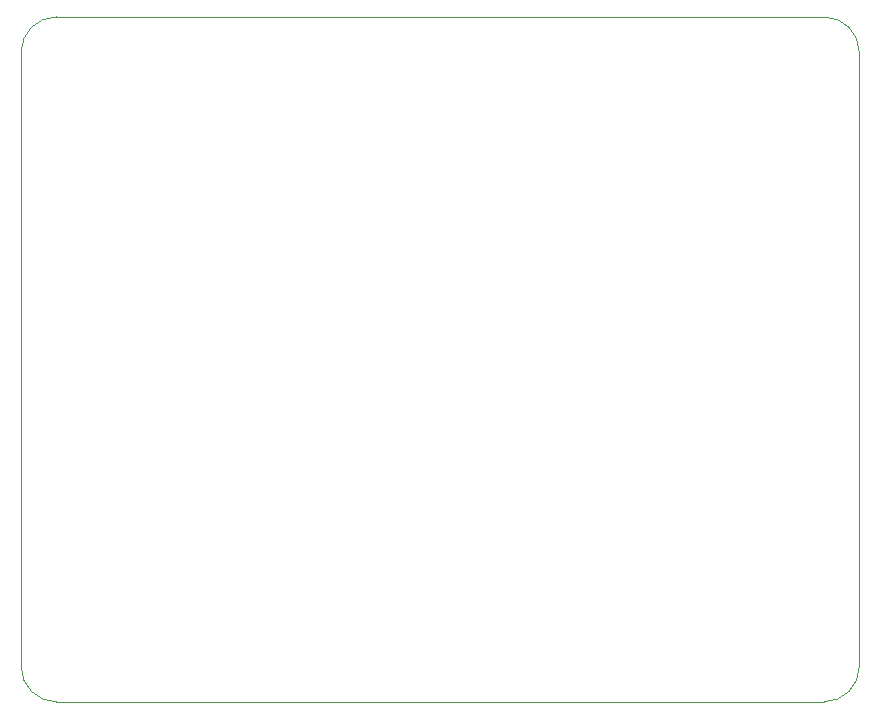
<source format=gbr>
%TF.GenerationSoftware,KiCad,Pcbnew,(6.0.8)*%
%TF.CreationDate,2023-02-03T15:48:26-08:00*%
%TF.ProjectId,RP2040_minimal,52503230-3430-45f6-9d69-6e696d616c2e,REV1*%
%TF.SameCoordinates,Original*%
%TF.FileFunction,Profile,NP*%
%FSLAX46Y46*%
G04 Gerber Fmt 4.6, Leading zero omitted, Abs format (unit mm)*
G04 Created by KiCad (PCBNEW (6.0.8)) date 2023-02-03 15:48:26*
%MOMM*%
%LPD*%
G01*
G04 APERTURE LIST*
%TA.AperFunction,Profile*%
%ADD10C,0.010000*%
%TD*%
G04 APERTURE END LIST*
D10*
X63711300Y-123000000D02*
G75*
G03*
X66711320Y-126000000I3000000J0D01*
G01*
X63711320Y-123000000D02*
X63711320Y-71010000D01*
X66711320Y-126000000D02*
X131690000Y-126000000D01*
X134690000Y-71010000D02*
X134690000Y-123000000D01*
X134690000Y-71010000D02*
G75*
G03*
X131690000Y-68010000I-3000000J0D01*
G01*
X131690000Y-126000000D02*
G75*
G03*
X134690000Y-123000000I0J3000000D01*
G01*
X66711320Y-68010020D02*
G75*
G03*
X63711320Y-71010000I-20J-2999980D01*
G01*
X66711320Y-68010000D02*
X131690000Y-68010000D01*
M02*

</source>
